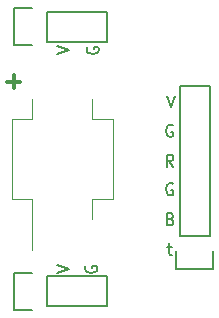
<source format=gbr>
G04 #@! TF.GenerationSoftware,KiCad,Pcbnew,(5.0.0)*
G04 #@! TF.CreationDate,2018-11-19T11:16:29+03:00*
G04 #@! TF.ProjectId,NeoP_6W,4E656F505F36572E6B696361645F7063,rev?*
G04 #@! TF.SameCoordinates,Original*
G04 #@! TF.FileFunction,Legend,Top*
G04 #@! TF.FilePolarity,Positive*
%FSLAX46Y46*%
G04 Gerber Fmt 4.6, Leading zero omitted, Abs format (unit mm)*
G04 Created by KiCad (PCBNEW (5.0.0)) date 11/19/18 11:16:29*
%MOMM*%
%LPD*%
G01*
G04 APERTURE LIST*
%ADD10C,0.300000*%
%ADD11C,0.150000*%
%ADD12C,0.120000*%
G04 APERTURE END LIST*
D10*
X108013571Y-80752142D02*
X109156428Y-80752142D01*
X108585000Y-81323571D02*
X108585000Y-80180714D01*
D11*
X112228380Y-96980333D02*
X113228380Y-96647000D01*
X112228380Y-96313666D01*
X114689000Y-96385095D02*
X114641380Y-96480333D01*
X114641380Y-96623190D01*
X114689000Y-96766047D01*
X114784238Y-96861285D01*
X114879476Y-96908904D01*
X115069952Y-96956523D01*
X115212809Y-96956523D01*
X115403285Y-96908904D01*
X115498523Y-96861285D01*
X115593761Y-96766047D01*
X115641380Y-96623190D01*
X115641380Y-96527952D01*
X115593761Y-96385095D01*
X115546142Y-96337476D01*
X115212809Y-96337476D01*
X115212809Y-96527952D01*
X114816000Y-77843095D02*
X114768380Y-77938333D01*
X114768380Y-78081190D01*
X114816000Y-78224047D01*
X114911238Y-78319285D01*
X115006476Y-78366904D01*
X115196952Y-78414523D01*
X115339809Y-78414523D01*
X115530285Y-78366904D01*
X115625523Y-78319285D01*
X115720761Y-78224047D01*
X115768380Y-78081190D01*
X115768380Y-77985952D01*
X115720761Y-77843095D01*
X115673142Y-77795476D01*
X115339809Y-77795476D01*
X115339809Y-77985952D01*
X112228380Y-78438333D02*
X113228380Y-78105000D01*
X112228380Y-77771666D01*
X121602523Y-94781714D02*
X121983476Y-94781714D01*
X121745380Y-94448380D02*
X121745380Y-95305523D01*
X121793000Y-95400761D01*
X121888238Y-95448380D01*
X121983476Y-95448380D01*
X121864428Y-92384571D02*
X122007285Y-92432190D01*
X122054904Y-92479809D01*
X122102523Y-92575047D01*
X122102523Y-92717904D01*
X122054904Y-92813142D01*
X122007285Y-92860761D01*
X121912047Y-92908380D01*
X121531095Y-92908380D01*
X121531095Y-91908380D01*
X121864428Y-91908380D01*
X121959666Y-91956000D01*
X122007285Y-92003619D01*
X122054904Y-92098857D01*
X122054904Y-92194095D01*
X122007285Y-92289333D01*
X121959666Y-92336952D01*
X121864428Y-92384571D01*
X121531095Y-92384571D01*
X122054904Y-89416000D02*
X121959666Y-89368380D01*
X121816809Y-89368380D01*
X121673952Y-89416000D01*
X121578714Y-89511238D01*
X121531095Y-89606476D01*
X121483476Y-89796952D01*
X121483476Y-89939809D01*
X121531095Y-90130285D01*
X121578714Y-90225523D01*
X121673952Y-90320761D01*
X121816809Y-90368380D01*
X121912047Y-90368380D01*
X122054904Y-90320761D01*
X122102523Y-90273142D01*
X122102523Y-89939809D01*
X121912047Y-89939809D01*
X122102523Y-87955380D02*
X121769190Y-87479190D01*
X121531095Y-87955380D02*
X121531095Y-86955380D01*
X121912047Y-86955380D01*
X122007285Y-87003000D01*
X122054904Y-87050619D01*
X122102523Y-87145857D01*
X122102523Y-87288714D01*
X122054904Y-87383952D01*
X122007285Y-87431571D01*
X121912047Y-87479190D01*
X121531095Y-87479190D01*
X122054904Y-84463000D02*
X121959666Y-84415380D01*
X121816809Y-84415380D01*
X121673952Y-84463000D01*
X121578714Y-84558238D01*
X121531095Y-84653476D01*
X121483476Y-84843952D01*
X121483476Y-84986809D01*
X121531095Y-85177285D01*
X121578714Y-85272523D01*
X121673952Y-85367761D01*
X121816809Y-85415380D01*
X121912047Y-85415380D01*
X122054904Y-85367761D01*
X122102523Y-85320142D01*
X122102523Y-84986809D01*
X121912047Y-84986809D01*
X121586666Y-81938880D02*
X121920000Y-82938880D01*
X122253333Y-81938880D01*
D12*
G04 #@! TO.C,D1*
X110150000Y-95050000D02*
X110150000Y-90700000D01*
X108400000Y-90700000D02*
X110150000Y-90700000D01*
X110150000Y-83900000D02*
X110150000Y-82600000D01*
X108400000Y-83900000D02*
X110150000Y-83900000D01*
X110150000Y-82600000D02*
X110150000Y-82200000D01*
X115250000Y-82200000D02*
X115250000Y-83900000D01*
X117000000Y-83900000D02*
X117000000Y-90700000D01*
X115250000Y-83900000D02*
X117000000Y-83900000D01*
X115250000Y-90700000D02*
X117000000Y-90700000D01*
X115250000Y-92400000D02*
X115250000Y-90700000D01*
X108400000Y-83900000D02*
X108400000Y-90700000D01*
D11*
G04 #@! TO.C,J1*
X125450000Y-96650000D02*
X122350000Y-96650000D01*
X125450000Y-95100000D02*
X125450000Y-96650000D01*
X122630000Y-93830000D02*
X125170000Y-93830000D01*
X122350000Y-96650000D02*
X122350000Y-95100000D01*
X125170000Y-81130000D02*
X125170000Y-93830000D01*
X122630000Y-81130000D02*
X125170000Y-81130000D01*
X122630000Y-93830000D02*
X122630000Y-81130000D01*
G04 #@! TO.C,J2*
X110160000Y-74550000D02*
X108610000Y-74550000D01*
X108610000Y-74550000D02*
X108610000Y-77650000D01*
X108610000Y-77650000D02*
X110160000Y-77650000D01*
X111430000Y-74830000D02*
X116510000Y-74830000D01*
X116510000Y-74830000D02*
X116510000Y-77370000D01*
X116510000Y-77370000D02*
X111430000Y-77370000D01*
X111430000Y-77370000D02*
X111430000Y-74830000D01*
G04 #@! TO.C,J3*
X111430000Y-99770000D02*
X111430000Y-97230000D01*
X116510000Y-99770000D02*
X111430000Y-99770000D01*
X116510000Y-97230000D02*
X116510000Y-99770000D01*
X111430000Y-97230000D02*
X116510000Y-97230000D01*
X108610000Y-100050000D02*
X110160000Y-100050000D01*
X108610000Y-96950000D02*
X108610000Y-100050000D01*
X110160000Y-96950000D02*
X108610000Y-96950000D01*
G04 #@! TD*
M02*

</source>
